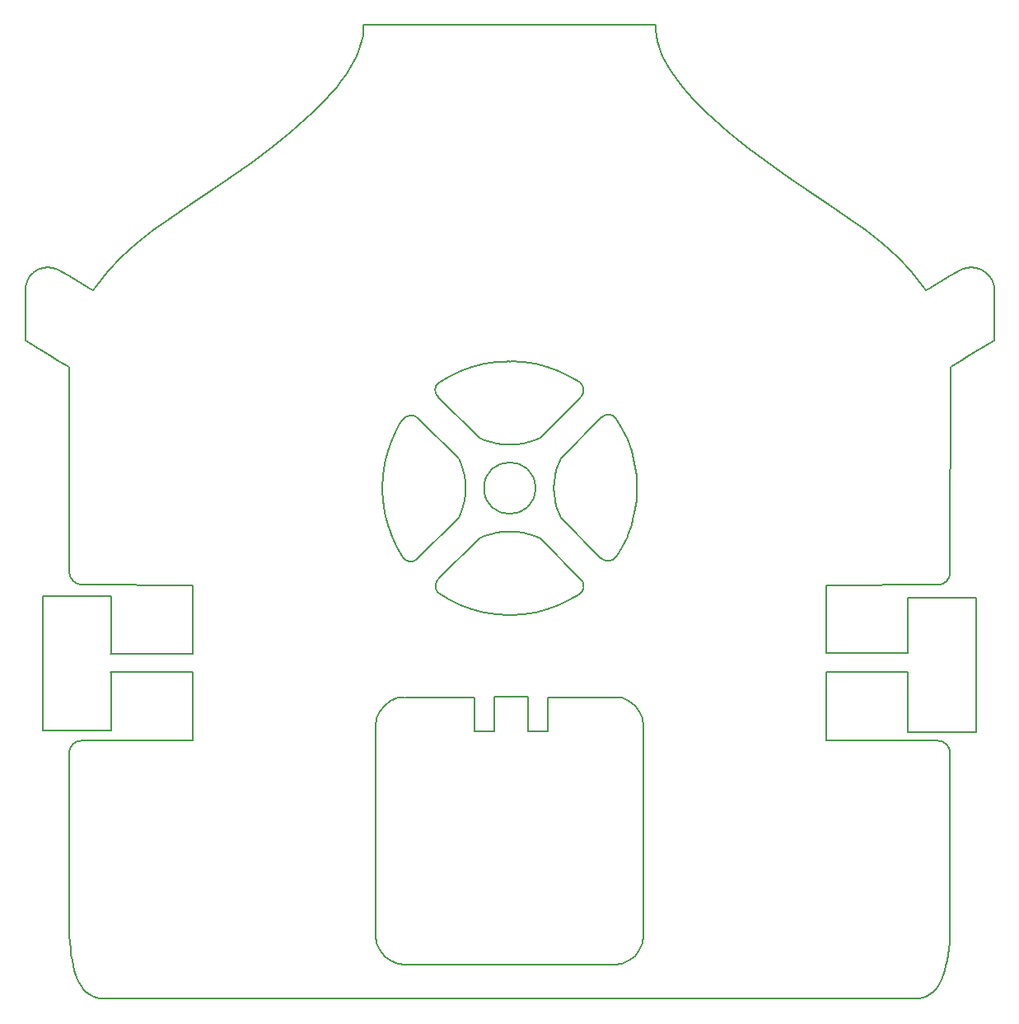
<source format=gm1>
G04 #@! TF.GenerationSoftware,KiCad,Pcbnew,(5.0.2)-1*
G04 #@! TF.CreationDate,2019-06-28T15:12:06+02:00*
G04 #@! TF.ProjectId,PCB_Fujitora,5043425f-4675-46a6-9974-6f72612e6b69,rev?*
G04 #@! TF.SameCoordinates,PX5b263a8PY821ca98*
G04 #@! TF.FileFunction,Profile,NP*
%FSLAX46Y46*%
G04 Gerber Fmt 4.6, Leading zero omitted, Abs format (unit mm)*
G04 Created by KiCad (PCBNEW (5.0.2)-1) date 28/06/2019 15:12:06*
%MOMM*%
%LPD*%
G01*
G04 APERTURE LIST*
%ADD10C,0.200000*%
G04 APERTURE END LIST*
D10*
X4318000Y25527000D02*
G75*
G02X5588000Y26797000I1270000J0D01*
G01*
X5715000Y42799000D02*
G75*
G02X4318000Y44196000I0J1397000D01*
G01*
X93599000Y26797000D02*
G75*
G02X94869000Y25527000I0J-1270000D01*
G01*
X94869000Y44069000D02*
G75*
G02X93599000Y42799000I-1270000J0D01*
G01*
X17043194Y33832800D02*
X17043194Y26787835D01*
X17045734Y42766975D02*
X17043194Y35712400D01*
X5588000Y26797000D02*
X17043194Y26787835D01*
X17045734Y42766975D02*
X5715000Y42799000D01*
X52244673Y52735480D02*
G75*
G03X52244673Y52735480I-2643553J0D01*
G01*
X46460800Y57898634D02*
X42285920Y62082680D01*
X57017705Y43286523D02*
G75*
G02X56763920Y41813480I-840554J-613567D01*
G01*
X60629841Y45772751D02*
G75*
G02X58948320Y45572680I-919522J561928D01*
G01*
X59053357Y59996443D02*
G75*
G02X60573920Y59847480I699091J-699092D01*
G01*
X56866366Y63556755D02*
G75*
G02X56916320Y62082680I-737446J-762875D01*
G01*
X42279927Y62075439D02*
G75*
G02X42336720Y63606680I615592J743842D01*
G01*
X38531076Y59642043D02*
G75*
G02X40304720Y59796680I935444J-480363D01*
G01*
X39999206Y45370510D02*
G75*
G02X38628320Y45623480I-560043J806047D01*
G01*
X42236912Y41967401D02*
G75*
G02X42336720Y43489880I836408J709679D01*
G01*
X8605520Y35712400D02*
X8605520Y41635680D01*
X82138520Y35763200D02*
X82138520Y42768520D01*
X90520520Y41457880D02*
X90520520Y35763200D01*
X90520520Y33832800D02*
X90520520Y27678380D01*
X97505520Y27678380D02*
X90520520Y27678380D01*
X97505520Y41457880D02*
X97505520Y27678380D01*
X90520520Y41457880D02*
X97505520Y41457880D01*
X82143600Y33832800D02*
X90525600Y33832800D01*
X82138520Y35763200D02*
X90525600Y35763200D01*
X17051020Y35712400D02*
X8585200Y35712400D01*
X17051020Y33832800D02*
X8585200Y33832800D01*
X1620520Y27856180D02*
X1620520Y41635680D01*
X8605520Y27856180D02*
X1620520Y27856180D01*
X8605520Y33832800D02*
X8605520Y27856180D01*
X1620520Y41635680D02*
X8605520Y41635680D01*
X44339480Y49693103D02*
X44588714Y50271119D01*
X62126337Y56508909D02*
X62436321Y55271383D01*
X61151089Y58863366D02*
X60573920Y59847480D01*
X62126337Y56508909D02*
X61696546Y57710093D01*
X45011017Y53364025D02*
X45039480Y52735208D01*
X54404310Y50869288D02*
X54263157Y51482718D01*
X61696546Y57710093D02*
X61151089Y58863366D01*
X35844508Y6800630D02*
X35844508Y28300630D01*
X63344508Y6800630D02*
X63344508Y28300630D01*
X43374748Y64200185D02*
X42336720Y63606680D01*
X45729205Y65175433D02*
X44528021Y64745642D01*
X48228683Y65672610D02*
X49079542Y65712441D01*
X49079542Y65712441D02*
X49502905Y65735208D01*
X55814270Y64200185D02*
X54756518Y64678135D01*
X43374748Y64200185D02*
X44528021Y64745642D01*
X52728218Y57898634D02*
X52150202Y57649400D01*
X49686113Y57198634D02*
X49594604Y57202785D01*
X52150202Y57649400D02*
X51552033Y57453406D01*
X51552033Y57453406D02*
X50938603Y57312253D01*
X50938603Y57312253D02*
X50314929Y57227097D01*
X50314929Y57227097D02*
X49686113Y57198634D01*
X56865520Y63555880D02*
X55814270Y64200185D01*
X52222287Y65485417D02*
X50960335Y65672610D01*
X53459813Y65175433D02*
X52222287Y65485417D01*
X49686113Y65735208D02*
X49594587Y65730704D01*
X54660997Y64745642D02*
X53459813Y65175433D01*
X49686113Y39735208D02*
X50960335Y39797807D01*
X53459813Y40294984D02*
X54660997Y40724775D01*
X44925861Y53987699D02*
X44784708Y54601128D01*
X37062681Y48961508D02*
X36752697Y50199034D01*
X44925861Y51482718D02*
X45011017Y52106392D01*
X36565504Y51460986D02*
X36518298Y52525904D01*
X50960335Y39797807D02*
X52222287Y39985000D01*
X48874089Y48243320D02*
X48250415Y48158164D01*
X49502905Y39735208D02*
X48228683Y39797807D01*
X38628320Y45623480D02*
X38037929Y46607051D01*
X37492472Y47760324D02*
X37320787Y48232934D01*
X36642935Y50907296D02*
X36565504Y51460986D01*
X37062681Y56508909D02*
X37492472Y57710093D01*
X44588714Y55199298D02*
X44339480Y55777314D01*
X44528021Y40724775D02*
X43374748Y41270232D01*
X54660997Y40724775D02*
X55814270Y41270232D01*
X55814270Y41270232D02*
X56763920Y41813480D01*
X47038816Y47821017D02*
X46460800Y47571783D01*
X36752697Y50199034D02*
X36642935Y50907296D01*
X38037929Y58863366D02*
X38312123Y59306955D01*
X38312123Y59306955D02*
X38526720Y59644280D01*
X47636986Y48017011D02*
X47038816Y47821017D01*
X45011017Y52106392D02*
X45039480Y52735208D01*
X44784708Y50869288D02*
X44925861Y51482718D01*
X43374748Y41270232D02*
X42235120Y41965880D01*
X44588714Y50271119D02*
X44784708Y50869288D01*
X36502905Y52735208D02*
X36565504Y54009431D01*
X36565504Y54009431D02*
X36752697Y55271383D01*
X45011017Y53364025D02*
X44925861Y53987699D01*
X37320787Y48232934D02*
X37062681Y48961508D01*
X49594641Y39739715D02*
X49686113Y39735208D01*
X44784708Y54601128D02*
X44588714Y55199298D01*
X44339480Y49693103D02*
X39999920Y45369480D01*
X44339480Y55777314D02*
X40304720Y59796680D01*
X37492472Y57710093D02*
X38037929Y58863366D01*
X38037929Y46607051D02*
X37492472Y47760324D01*
X36518298Y52525904D02*
X36502905Y52735208D01*
X36752697Y55271383D02*
X37062681Y56508909D01*
X49686113Y48271783D02*
X50314929Y48243320D01*
X50314929Y48243320D02*
X50938603Y48158164D01*
X51552033Y48017011D02*
X52150202Y47821017D01*
X52728218Y47571783D02*
X57017920Y43286680D01*
X49594623Y48267631D02*
X49502905Y48271783D01*
X7817429Y310422D02*
X91371589Y310422D01*
X4394008Y6063944D02*
X4455297Y5407008D01*
X4315208Y8273622D02*
X4323963Y7497251D01*
X4350230Y6760692D02*
X4394008Y6063944D01*
X4323963Y7497251D02*
X4350230Y6760692D01*
X5576008Y1584741D02*
X5794896Y1286110D01*
X4455297Y5407008D02*
X4534097Y4789884D01*
X5794896Y1286110D02*
X6031296Y1027291D01*
X4534097Y4789884D02*
X4630408Y4212571D01*
X4744230Y3675070D02*
X4875563Y3177381D01*
X4630408Y4212571D02*
X4744230Y3675070D01*
X6556629Y629088D02*
X6845563Y489704D01*
X4875563Y3177381D02*
X5024408Y2719504D01*
X6285207Y808284D02*
X6556629Y629088D01*
X5024408Y2719504D02*
X5190763Y2301438D01*
X6031296Y1027291D02*
X6285207Y808284D01*
X6845563Y489704D02*
X7152007Y390131D01*
X93157722Y1027291D02*
X92903811Y808284D01*
X93394122Y1286110D02*
X93157722Y1027291D01*
X93814388Y1923184D02*
X93613010Y1584741D01*
X94313455Y3177381D02*
X94164610Y2719504D01*
X93613010Y1584741D02*
X93394122Y1286110D01*
X93998255Y2301438D02*
X93814388Y1923184D01*
X94164610Y2719504D02*
X93998255Y2301438D01*
X94444788Y3675070D02*
X94313455Y3177381D01*
X94733721Y5407008D02*
X94654921Y4789884D01*
X94558610Y4212571D02*
X94444788Y3675070D01*
X94654921Y4789884D02*
X94558610Y4212571D01*
X94795010Y6063944D02*
X94733721Y5407008D01*
X94838788Y6760692D02*
X94795010Y6063944D01*
X94873810Y8273622D02*
X94865055Y7497251D01*
X94865055Y7497251D02*
X94838788Y6760692D01*
X94869000Y25527000D02*
X94873810Y8273622D01*
X82135980Y26789380D02*
X93599000Y26797000D01*
X82135980Y26789380D02*
X82138520Y33832800D01*
X4318000Y25527000D02*
X4315208Y8273622D01*
X93599000Y42799000D02*
X82138520Y42768520D01*
X54756518Y64678135D02*
X54660997Y64745642D01*
X46966731Y65485417D02*
X48228683Y65672610D01*
X50960335Y65672610D02*
X49686113Y65735208D01*
X91713056Y330371D02*
X91371589Y310422D01*
X52150202Y47821017D02*
X52728218Y47571783D01*
X52728218Y57898634D02*
X56916320Y62082680D01*
X92037011Y390131D02*
X91713056Y330371D01*
X45729205Y65175433D02*
X46966731Y65485417D01*
X62251045Y49558755D02*
X62436321Y50199034D01*
X49502905Y65735208D02*
X49594587Y65730704D01*
X45993997Y27800630D02*
X47993997Y27800630D01*
X35946731Y29077088D02*
X35844508Y28300630D01*
X45993997Y27800630D02*
X45993997Y31242000D01*
X35946731Y6024173D02*
X35844508Y6800630D01*
X63242286Y6024173D02*
X63344508Y6800630D01*
X36246432Y5300630D02*
X35946731Y6024173D01*
X38844508Y3800630D02*
X38068051Y3902853D01*
X38068051Y3902853D02*
X37344508Y4202554D01*
X60344508Y3800630D02*
X61120965Y3902853D01*
X45993997Y31242000D02*
X38844508Y31242000D01*
X62465828Y4679310D02*
X62942584Y5300630D01*
X1212712Y67086175D02*
X243894Y67660921D01*
X-190082Y67906499D02*
X-190130Y73355172D01*
X96204834Y75263597D02*
X96614481Y75375290D01*
X37344508Y4202554D02*
X36723188Y4679310D01*
X62942584Y29800630D02*
X62465828Y30421951D01*
X62465828Y30421951D02*
X61844508Y30898707D01*
X92742200Y73258277D02*
X92388426Y73035502D01*
X51489186Y31300630D02*
X47993997Y31300630D01*
X51489186Y27800630D02*
X53489186Y27800630D01*
X61844508Y30898707D02*
X61120965Y31198408D01*
X47993997Y27800630D02*
X47993997Y31300630D01*
X38068051Y31198408D02*
X37344508Y30898707D01*
X53489186Y27800630D02*
X53489186Y31242000D01*
X69811281Y91322921D02*
X69129374Y91987228D01*
X72145505Y89255277D02*
X71319303Y89957470D01*
X99119789Y74160308D02*
X99285730Y73769477D01*
X2151640Y75411946D02*
X1728863Y75372651D01*
X71319303Y89957470D02*
X70541243Y90646509D01*
X6446922Y73258331D02*
X6800697Y73035555D01*
X94869000Y44069000D02*
X94879277Y65142766D01*
X98886760Y74515248D02*
X99119789Y74160308D01*
X2574643Y75375157D02*
X2151640Y75411946D01*
X96020212Y75196909D02*
X94934116Y74582208D01*
X302364Y74515116D02*
X69335Y74160175D01*
X1728863Y75372651D02*
X1319886Y75258532D01*
X37344508Y30898707D02*
X36723188Y30421951D01*
X36723188Y30421951D02*
X36246432Y29800630D01*
X61844508Y4202554D02*
X62465828Y4679310D01*
X2984290Y75263465D02*
X2574643Y75375157D01*
X98251282Y75073387D02*
X98594126Y74822901D01*
X38811200Y31242000D02*
X38068051Y31198408D01*
X61120965Y31198408D02*
X60350400Y31242000D01*
X594998Y74822768D02*
X302364Y74515116D01*
X63242286Y29077088D02*
X62942584Y29800630D01*
X1319886Y75258532D02*
X937842Y75073255D01*
X69335Y74160175D02*
X-96606Y73769344D01*
X937842Y75073255D02*
X594998Y74822768D01*
X96968091Y66466294D02*
X95920903Y65806866D01*
X36246432Y29800630D02*
X35946731Y29077088D01*
X97460261Y75372783D02*
X97869238Y75258665D01*
X-96606Y73769344D02*
X-190130Y73355172D01*
X63344508Y28300630D02*
X63242286Y29077088D01*
X60344508Y31242000D02*
X53489186Y31242000D01*
X38844508Y3800630D02*
X60344508Y3800630D01*
X96020212Y75196909D02*
X96204834Y75263597D01*
X96968091Y66466294D02*
X97976411Y67086121D01*
X61120965Y3902853D02*
X61844508Y4202554D01*
X36723188Y4679310D02*
X36246432Y5300630D01*
X62942584Y5300630D02*
X63242286Y6024173D01*
X94934116Y74582208D02*
X93840967Y73933703D01*
X51489186Y27800630D02*
X51489186Y31300630D01*
X243894Y67660921D02*
X-190082Y67906499D01*
X66439168Y95145565D02*
X66044691Y95748263D01*
X68495480Y92639957D02*
X67909555Y93281630D01*
X30060751Y91987229D02*
X30694646Y92639957D01*
X33492156Y96342529D02*
X33791167Y96928887D01*
X33145434Y95748263D02*
X33492156Y96342529D01*
X87934587Y77859309D02*
X86217560Y79205571D01*
X78228900Y84621388D02*
X76084245Y86141290D01*
X2221032Y66466348D02*
X3268220Y65806919D01*
X69129374Y91987228D02*
X68495480Y92639957D01*
X4318000Y44196000D02*
X4309817Y65142766D01*
X4255007Y74582262D02*
X5348156Y73933756D01*
X67371557Y93912773D02*
X66881442Y94533910D01*
X4309817Y65142766D02*
X3268220Y65806919D01*
X64679175Y99205727D02*
X64618079Y99760412D01*
X94879277Y65142766D02*
X95920903Y65806866D01*
X34042508Y97507861D02*
X34246224Y98079976D01*
X8306908Y75028337D02*
X9693736Y76471310D01*
X5348156Y73933756D02*
X6446922Y73258331D01*
X32750958Y95145565D02*
X33145434Y95748263D01*
X14824611Y80528558D02*
X16791013Y81851960D01*
X20960188Y84621412D02*
X23104844Y86141314D01*
X18845470Y83204816D02*
X20960188Y84621412D01*
X93840967Y73933703D02*
X92742200Y73258277D01*
X89495352Y76471286D02*
X87934587Y77859309D01*
X32308684Y94533910D02*
X32750958Y95145565D01*
X9693736Y76471310D02*
X11254502Y77859333D01*
X27870822Y89957470D02*
X28648883Y90646510D01*
X97037484Y75412079D02*
X97460261Y75372783D01*
X65398959Y96928887D02*
X65147618Y97507861D01*
X3168699Y75197010D02*
X4255007Y74582262D01*
X65697969Y96342529D02*
X65398959Y96928887D01*
X73019891Y88539407D02*
X72145505Y89255277D01*
X84364478Y80528534D02*
X82398076Y81851936D01*
X2221032Y66466348D02*
X1212712Y67086175D01*
X27044621Y89255277D02*
X27870822Y89957470D01*
X65147618Y97507861D02*
X64943902Y98079976D01*
X30694646Y92639957D02*
X31280570Y93281630D01*
X97976411Y67086121D02*
X98945229Y67660868D01*
X80343619Y83204792D02*
X78228900Y84621388D01*
X64943902Y98079976D02*
X64787769Y98645757D01*
X76084245Y86141290D02*
X73942504Y87809335D01*
X25246584Y87809359D02*
X26170235Y88539407D01*
X34246224Y98079976D02*
X34402357Y98645757D01*
X73942504Y87809335D02*
X73019891Y88539407D01*
X2984290Y75263465D02*
X3168699Y75197010D01*
X28648883Y90646510D02*
X29378845Y91322921D01*
X29378845Y91322921D02*
X30060751Y91987229D01*
X96614481Y75375290D02*
X97037484Y75412079D01*
X98594126Y74822901D02*
X98886760Y74515248D01*
X99285730Y73769477D02*
X99379254Y73355305D01*
X33791167Y96928887D02*
X34042508Y97507861D01*
X97869238Y75258665D02*
X98251282Y75073387D01*
X64787769Y98645757D02*
X64679175Y99205727D01*
X70541243Y90646509D02*
X69811281Y91322921D01*
X66044691Y95748263D02*
X65697969Y96342529D01*
X99378989Y67906364D02*
X99379254Y73355305D01*
X98945229Y67660868D02*
X99378989Y67906364D01*
X48874089Y57227097D02*
X49502905Y57198634D01*
X92388426Y73035502D02*
X92079924Y73522478D01*
X54600304Y50271119D02*
X54404310Y50869288D01*
X34572047Y99760412D02*
X34585695Y100310406D01*
X62686113Y52735208D02*
X62623514Y54009431D01*
X6800697Y73035555D02*
X7109164Y73522502D01*
X16791013Y81851960D02*
X18845470Y83204816D01*
X31280570Y93281630D02*
X31818569Y93912773D01*
X54849538Y49693103D02*
X58948320Y45572680D01*
X67909555Y93281630D02*
X67371557Y93912773D01*
X64618079Y99760412D02*
X64604437Y100310336D01*
X66881442Y94533910D02*
X66439168Y95145565D01*
X86217560Y79205571D02*
X84364478Y80528534D01*
X92079924Y73522478D02*
X90882180Y75028313D01*
X62623514Y51460986D02*
X62686113Y52735208D01*
X61752970Y47885469D02*
X62126337Y48961508D01*
X54263157Y53987699D02*
X54404310Y54601128D01*
X46460800Y57898634D02*
X47038816Y57649400D01*
X54849538Y49693103D02*
X54600304Y50271119D01*
X47038816Y57649400D02*
X47636986Y57453406D01*
X34585695Y100310406D02*
X64604437Y100310336D01*
X34402357Y98645757D02*
X34510950Y99205727D01*
X61151089Y46607051D02*
X61696546Y47760324D01*
X54600304Y55199298D02*
X54849538Y55777314D01*
X60624720Y45775880D02*
X61151089Y46607051D01*
X12971529Y79205595D02*
X14824611Y80528558D01*
X34510950Y99205727D02*
X34572047Y99760412D01*
X54149538Y52735208D02*
X54178001Y53364025D01*
X23104844Y86141314D02*
X25246584Y87809359D01*
X26170235Y88539407D02*
X27044621Y89255277D01*
X7109164Y73522502D02*
X8306908Y75028337D01*
X11254502Y77859333D02*
X12971529Y79205595D01*
X90882180Y75028313D02*
X89495352Y76471286D01*
X82398076Y81851936D02*
X80343619Y83204792D01*
X31818569Y93912773D02*
X32308684Y94533910D01*
X48250415Y57312253D02*
X48874089Y57227097D01*
X47636986Y57453406D02*
X48250415Y57312253D01*
X54178001Y52106392D02*
X54149538Y52735208D01*
X92632389Y629088D02*
X92343455Y489704D01*
X49594623Y48267631D02*
X49686113Y48271783D01*
X45729205Y40294984D02*
X44528021Y40724775D01*
X5374630Y1923184D02*
X5576008Y1584741D01*
X54404310Y54601128D02*
X54600304Y55199298D01*
X49502905Y57198634D02*
X49594604Y57202785D01*
X48250415Y48158164D02*
X47636986Y48017011D01*
X46966731Y39985000D02*
X45729205Y40294984D01*
X49594641Y39739715D02*
X49502905Y39735208D01*
X50938603Y48158164D02*
X51552033Y48017011D01*
X54263157Y51482718D02*
X54178001Y52106392D01*
X62126337Y48961508D02*
X62251045Y49558755D01*
X62623514Y54009431D02*
X62436321Y55271383D01*
X49502905Y48271783D02*
X48874089Y48243320D01*
X52222287Y39985000D02*
X53459813Y40294984D01*
X62436321Y50199034D02*
X62623514Y51460986D01*
X54849538Y55777314D02*
X59049920Y59999880D01*
X7475963Y330371D02*
X7817429Y310422D01*
X92343455Y489704D02*
X92037011Y390131D01*
X61696546Y47760324D02*
X61752970Y47885469D01*
X46460800Y47571783D02*
X42336720Y43489880D01*
X54178001Y53364025D02*
X54263157Y53987699D01*
X48228683Y39797807D02*
X46966731Y39985000D01*
X5190763Y2301438D02*
X5374630Y1923184D01*
X92903811Y808284D02*
X92632389Y629088D01*
X7152007Y390131D02*
X7475963Y330371D01*
M02*

</source>
